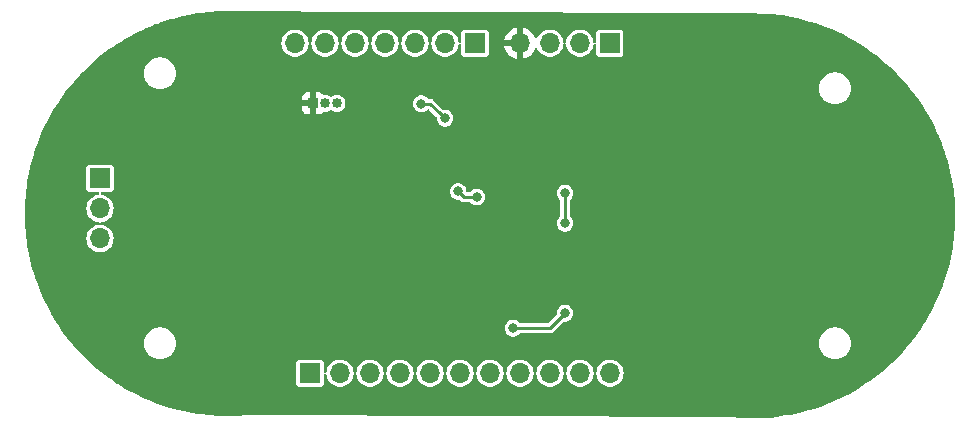
<source format=gbr>
%TF.GenerationSoftware,KiCad,Pcbnew,7.0.8*%
%TF.CreationDate,2025-03-19T21:09:53+05:30*%
%TF.ProjectId,stm32_pcb_design,73746d33-325f-4706-9362-5f6465736967,rev?*%
%TF.SameCoordinates,Original*%
%TF.FileFunction,Copper,L2,Bot*%
%TF.FilePolarity,Positive*%
%FSLAX46Y46*%
G04 Gerber Fmt 4.6, Leading zero omitted, Abs format (unit mm)*
G04 Created by KiCad (PCBNEW 7.0.8) date 2025-03-19 21:09:53*
%MOMM*%
%LPD*%
G01*
G04 APERTURE LIST*
%TA.AperFunction,ComponentPad*%
%ADD10R,1.700000X1.700000*%
%TD*%
%TA.AperFunction,ComponentPad*%
%ADD11O,1.700000X1.700000*%
%TD*%
%TA.AperFunction,ComponentPad*%
%ADD12R,0.850000X0.850000*%
%TD*%
%TA.AperFunction,ComponentPad*%
%ADD13O,0.850000X0.850000*%
%TD*%
%TA.AperFunction,ViaPad*%
%ADD14C,0.800000*%
%TD*%
%TA.AperFunction,Conductor*%
%ADD15C,0.250000*%
%TD*%
G04 APERTURE END LIST*
D10*
%TO.P,PORTC,1,Pin_1*%
%TO.N,Net-(J5-Pin_1)*%
X111760000Y-93995000D03*
D11*
%TO.P,PORTC,2,Pin_2*%
%TO.N,Net-(J5-Pin_2)*%
X111760000Y-96535000D03*
%TO.P,PORTC,3,Pin_3*%
%TO.N,Net-(J5-Pin_3)*%
X111760000Y-99075000D03*
%TD*%
D10*
%TO.P,PORTA,1,Pin_1*%
%TO.N,Net-(J4-Pin_1)*%
X129540000Y-110490000D03*
D11*
%TO.P,PORTA,2,Pin_2*%
%TO.N,Net-(J4-Pin_2)*%
X132080000Y-110490000D03*
%TO.P,PORTA,3,Pin_3*%
%TO.N,Net-(J4-Pin_3)*%
X134620000Y-110490000D03*
%TO.P,PORTA,4,Pin_4*%
%TO.N,Net-(J4-Pin_4)*%
X137160000Y-110490000D03*
%TO.P,PORTA,5,Pin_5*%
%TO.N,Net-(J4-Pin_5)*%
X139700000Y-110490000D03*
%TO.P,PORTA,6,Pin_6*%
%TO.N,Net-(J4-Pin_6)*%
X142240000Y-110490000D03*
%TO.P,PORTA,7,Pin_7*%
%TO.N,Net-(J4-Pin_7)*%
X144780000Y-110490000D03*
%TO.P,PORTA,8,Pin_8*%
%TO.N,Net-(J4-Pin_8)*%
X147320000Y-110490000D03*
%TO.P,PORTA,9,Pin_9*%
%TO.N,Net-(J4-Pin_9)*%
X149860000Y-110490000D03*
%TO.P,PORTA,10,Pin_10*%
%TO.N,Net-(J4-Pin_10)*%
X152400000Y-110490000D03*
%TO.P,PORTA,11,Pin_11*%
%TO.N,Net-(J4-Pin_11)*%
X154940000Y-110490000D03*
%TD*%
D10*
%TO.P,SWD,1,Pin_1*%
%TO.N,+3.3VA*%
X154930000Y-82550000D03*
D11*
%TO.P,SWD,2,Pin_2*%
%TO.N,/SWDIO*%
X152390000Y-82550000D03*
%TO.P,SWD,3,Pin_3*%
%TO.N,/SWCLK*%
X149850000Y-82550000D03*
%TO.P,SWD,4,Pin_4*%
%TO.N,GND*%
X147310000Y-82550000D03*
%TD*%
D10*
%TO.P,PORTB,1,Pin_1*%
%TO.N,Net-(J3-Pin_1)*%
X143510000Y-82550000D03*
D11*
%TO.P,PORTB,2,Pin_2*%
%TO.N,Net-(J3-Pin_2)*%
X140970000Y-82550000D03*
%TO.P,PORTB,3,Pin_3*%
%TO.N,Net-(J3-Pin_3)*%
X138430000Y-82550000D03*
%TO.P,PORTB,4,Pin_4*%
%TO.N,Net-(J3-Pin_4)*%
X135890000Y-82550000D03*
%TO.P,PORTB,5,Pin_5*%
%TO.N,Net-(J3-Pin_5)*%
X133350000Y-82550000D03*
%TO.P,PORTB,6,Pin_6*%
%TO.N,Net-(J3-Pin_6)*%
X130810000Y-82550000D03*
%TO.P,PORTB,7,Pin_7*%
%TO.N,Net-(J3-Pin_7)*%
X128270000Y-82550000D03*
%TD*%
D12*
%TO.P,SW1,1,A*%
%TO.N,GND*%
X129810000Y-87630000D03*
D13*
%TO.P,SW1,2,B*%
%TO.N,/sw_boot0*%
X130810000Y-87630000D03*
%TO.P,SW1,3,C*%
%TO.N,+3.3V*%
X131810000Y-87630000D03*
%TD*%
D14*
%TO.N,+3.3V*%
X142082701Y-95092701D03*
X143660049Y-95564549D03*
X151130000Y-105410000D03*
X146740500Y-106680000D03*
%TO.N,/BOOT0*%
X140970000Y-88900000D03*
X138975500Y-87668306D03*
%TO.N,+3.3V*%
X151130000Y-97790000D03*
X151130000Y-95250000D03*
%TD*%
D15*
%TO.N,+3.3V*%
X142554549Y-95564549D02*
X142082701Y-95092701D01*
X143660049Y-95564549D02*
X142554549Y-95564549D01*
X149860000Y-106680000D02*
X151130000Y-105410000D01*
X146740500Y-106680000D02*
X149860000Y-106680000D01*
%TO.N,/BOOT0*%
X140457348Y-88387348D02*
X140970000Y-88900000D01*
X138975500Y-87668306D02*
X139738306Y-87668306D01*
X139738306Y-87668306D02*
X140457348Y-88387348D01*
%TO.N,+3.3V*%
X151130000Y-95250000D02*
X151130000Y-97790000D01*
%TD*%
%TA.AperFunction,Conductor*%
%TO.N,GND*%
G36*
X135105913Y-79882309D02*
G01*
X166976996Y-80010291D01*
X166977694Y-80010500D01*
X167028067Y-80010500D01*
X167028567Y-80010500D01*
X167845302Y-80030000D01*
X167848231Y-80030139D01*
X168593698Y-80083616D01*
X168616880Y-80085304D01*
X168663259Y-80088682D01*
X168666139Y-80088959D01*
X168764693Y-80100778D01*
X169281032Y-80162700D01*
X169481842Y-80187145D01*
X169484591Y-80187543D01*
X170040091Y-80281240D01*
X170210692Y-80310454D01*
X170294661Y-80324833D01*
X170297411Y-80325368D01*
X170816985Y-80438742D01*
X171101298Y-80501738D01*
X171596804Y-80634924D01*
X171897126Y-80716910D01*
X172372742Y-80869434D01*
X172681668Y-80970083D01*
X173038438Y-81103585D01*
X173139979Y-81141582D01*
X173453118Y-81260669D01*
X173895777Y-81450860D01*
X174070606Y-81527235D01*
X174209717Y-81588006D01*
X174637294Y-81796425D01*
X174930370Y-81941746D01*
X174949681Y-81951321D01*
X175362630Y-82177610D01*
X175671328Y-82349787D01*
X176069684Y-82593492D01*
X176250319Y-82706047D01*
X176372958Y-82782462D01*
X176756454Y-83043016D01*
X177052985Y-83248368D01*
X177421395Y-83525262D01*
X177709810Y-83746405D01*
X177914310Y-83915965D01*
X178062743Y-84039038D01*
X178341962Y-84275462D01*
X178678977Y-84583190D01*
X178947915Y-84834259D01*
X179268638Y-85156492D01*
X179526300Y-85421527D01*
X179830247Y-85757557D01*
X180075787Y-86035916D01*
X180362518Y-86385055D01*
X180595078Y-86675967D01*
X180761751Y-86899909D01*
X180864161Y-87037507D01*
X181083015Y-87340255D01*
X181277894Y-87630003D01*
X181321651Y-87695063D01*
X181333953Y-87713353D01*
X181538450Y-88027209D01*
X181770837Y-88411103D01*
X181960330Y-88735244D01*
X182049610Y-88899999D01*
X182168276Y-89118985D01*
X182173761Y-89129106D01*
X182347687Y-89462728D01*
X182356609Y-89481252D01*
X182541763Y-89865672D01*
X182658861Y-90119584D01*
X182699631Y-90207988D01*
X182874020Y-90619182D01*
X183015329Y-90969255D01*
X183169724Y-91387837D01*
X183294079Y-91744826D01*
X183428176Y-92169835D01*
X183535229Y-92532885D01*
X183648785Y-92963416D01*
X183738217Y-93331591D01*
X183831026Y-93766719D01*
X183902584Y-94139128D01*
X183974476Y-94577910D01*
X184027945Y-94953578D01*
X184078794Y-95395111D01*
X184114020Y-95773097D01*
X184143731Y-96216425D01*
X184160612Y-96595770D01*
X184169129Y-97039920D01*
X184167616Y-97419728D01*
X184154928Y-97863744D01*
X184135022Y-98243008D01*
X184101156Y-98685950D01*
X184062904Y-99063789D01*
X184007938Y-99504608D01*
X183951434Y-99880129D01*
X183875481Y-100317890D01*
X183800875Y-100690128D01*
X183704089Y-101123890D01*
X183611583Y-101491913D01*
X183494149Y-101920769D01*
X183384014Y-102283590D01*
X183246145Y-102706667D01*
X183118676Y-103063419D01*
X182960663Y-103479725D01*
X182816198Y-103829558D01*
X182638347Y-104238193D01*
X182477295Y-104580222D01*
X182279943Y-104980313D01*
X182102747Y-105313700D01*
X181886273Y-105704372D01*
X181693458Y-106028245D01*
X181458251Y-106408685D01*
X181250346Y-106722280D01*
X180996871Y-107091614D01*
X180864145Y-107272171D01*
X180814440Y-107339789D01*
X180774491Y-107394134D01*
X180503168Y-107751621D01*
X180266996Y-108042274D01*
X179978324Y-108387122D01*
X179729012Y-108665256D01*
X179423539Y-108996664D01*
X179161847Y-109261588D01*
X178840070Y-109578863D01*
X178566835Y-109829900D01*
X178229306Y-110132332D01*
X177945339Y-110368918D01*
X177592623Y-110655823D01*
X177298929Y-110877322D01*
X176931489Y-111148124D01*
X176629145Y-111353957D01*
X176247435Y-111608090D01*
X175937531Y-111797779D01*
X175542084Y-112034630D01*
X175225747Y-112207777D01*
X174817021Y-112426785D01*
X174495635Y-112582966D01*
X174073939Y-112783639D01*
X173748967Y-112922531D01*
X173314565Y-113104360D01*
X172987674Y-113225705D01*
X172540634Y-113388216D01*
X172213972Y-113491772D01*
X171753920Y-113634552D01*
X171430082Y-113720192D01*
X170956282Y-113842783D01*
X170638444Y-113910555D01*
X170149553Y-114012434D01*
X169842357Y-114062521D01*
X169335564Y-114143114D01*
X169046137Y-114176008D01*
X168517648Y-114234358D01*
X168514853Y-114234603D01*
X168256766Y-114251328D01*
X167694886Y-114286333D01*
X167692039Y-114286444D01*
X167490387Y-114289724D01*
X166870591Y-114298699D01*
X166867697Y-114298673D01*
X166797741Y-114296421D01*
X166051033Y-114271573D01*
X166048077Y-114271404D01*
X165237626Y-114205608D01*
X165234991Y-114205233D01*
X165230900Y-114204993D01*
X165207441Y-114202521D01*
X165202476Y-114204526D01*
X165189842Y-114205121D01*
X124206404Y-114043780D01*
X124195101Y-114040412D01*
X124164054Y-114043330D01*
X124160859Y-114043479D01*
X124157981Y-114043828D01*
X123348749Y-114101506D01*
X123345801Y-114101646D01*
X122598949Y-114119243D01*
X122531438Y-114120761D01*
X122528554Y-114120759D01*
X121909531Y-114105875D01*
X121709776Y-114100717D01*
X121706939Y-114100579D01*
X121145929Y-114060323D01*
X120890007Y-114041317D01*
X120887224Y-114041047D01*
X120359979Y-113977885D01*
X120072686Y-113942535D01*
X119567394Y-113857448D01*
X119262421Y-113804866D01*
X118775226Y-113698769D01*
X118459704Y-113628530D01*
X117987856Y-113501987D01*
X117666360Y-113413927D01*
X117208528Y-113267465D01*
X116884217Y-113161554D01*
X116439452Y-112995557D01*
X116115093Y-112871998D01*
X115683119Y-112686908D01*
X115360749Y-112545927D01*
X114941534Y-112342177D01*
X114622910Y-112184088D01*
X114216815Y-111962237D01*
X113903218Y-111787284D01*
X113510606Y-111547867D01*
X113248968Y-111384856D01*
X128389500Y-111384856D01*
X128389502Y-111384882D01*
X128392413Y-111409987D01*
X128392415Y-111409991D01*
X128437793Y-111512764D01*
X128437794Y-111512765D01*
X128517235Y-111592206D01*
X128620009Y-111637585D01*
X128645135Y-111640500D01*
X130434864Y-111640499D01*
X130434879Y-111640497D01*
X130434882Y-111640497D01*
X130459987Y-111637586D01*
X130459988Y-111637585D01*
X130459991Y-111637585D01*
X130562765Y-111592206D01*
X130642206Y-111512765D01*
X130687585Y-111409991D01*
X130690500Y-111384865D01*
X130690499Y-110646046D01*
X130710183Y-110579009D01*
X130762987Y-110533254D01*
X130832146Y-110523310D01*
X130895702Y-110552335D01*
X130933476Y-110611113D01*
X130937970Y-110634606D01*
X130944244Y-110702310D01*
X131002596Y-110907392D01*
X131002596Y-110907394D01*
X131097632Y-111098253D01*
X131170775Y-111195109D01*
X131226128Y-111268407D01*
X131383698Y-111412052D01*
X131564981Y-111524298D01*
X131763802Y-111601321D01*
X131973390Y-111640500D01*
X131973392Y-111640500D01*
X132186608Y-111640500D01*
X132186610Y-111640500D01*
X132396198Y-111601321D01*
X132595019Y-111524298D01*
X132776302Y-111412052D01*
X132933872Y-111268407D01*
X133062366Y-111098255D01*
X133130723Y-110960974D01*
X133157403Y-110907394D01*
X133157403Y-110907393D01*
X133157405Y-110907389D01*
X133215756Y-110702310D01*
X133226529Y-110586047D01*
X133252315Y-110521111D01*
X133294622Y-110490804D01*
X133403130Y-110490804D01*
X133439503Y-110511668D01*
X133471693Y-110573681D01*
X133473471Y-110586048D01*
X133484244Y-110702310D01*
X133542596Y-110907392D01*
X133542596Y-110907394D01*
X133637632Y-111098253D01*
X133710775Y-111195109D01*
X133766128Y-111268407D01*
X133923698Y-111412052D01*
X134104981Y-111524298D01*
X134303802Y-111601321D01*
X134513390Y-111640500D01*
X134513392Y-111640500D01*
X134726608Y-111640500D01*
X134726610Y-111640500D01*
X134936198Y-111601321D01*
X135135019Y-111524298D01*
X135316302Y-111412052D01*
X135473872Y-111268407D01*
X135602366Y-111098255D01*
X135670723Y-110960974D01*
X135697403Y-110907394D01*
X135697403Y-110907393D01*
X135697405Y-110907389D01*
X135755756Y-110702310D01*
X135766529Y-110586047D01*
X135792315Y-110521111D01*
X135834622Y-110490804D01*
X135943130Y-110490804D01*
X135979503Y-110511668D01*
X136011693Y-110573681D01*
X136013471Y-110586048D01*
X136024244Y-110702310D01*
X136082596Y-110907392D01*
X136082596Y-110907394D01*
X136177632Y-111098253D01*
X136250775Y-111195109D01*
X136306128Y-111268407D01*
X136463698Y-111412052D01*
X136644981Y-111524298D01*
X136843802Y-111601321D01*
X137053390Y-111640500D01*
X137053392Y-111640500D01*
X137266608Y-111640500D01*
X137266610Y-111640500D01*
X137476198Y-111601321D01*
X137675019Y-111524298D01*
X137856302Y-111412052D01*
X138013872Y-111268407D01*
X138142366Y-111098255D01*
X138210723Y-110960974D01*
X138237403Y-110907394D01*
X138237403Y-110907393D01*
X138237405Y-110907389D01*
X138295756Y-110702310D01*
X138306529Y-110586047D01*
X138332315Y-110521111D01*
X138374622Y-110490804D01*
X138483130Y-110490804D01*
X138519503Y-110511668D01*
X138551693Y-110573681D01*
X138553471Y-110586048D01*
X138564244Y-110702310D01*
X138622596Y-110907392D01*
X138622596Y-110907394D01*
X138717632Y-111098253D01*
X138790775Y-111195109D01*
X138846128Y-111268407D01*
X139003698Y-111412052D01*
X139184981Y-111524298D01*
X139383802Y-111601321D01*
X139593390Y-111640500D01*
X139593392Y-111640500D01*
X139806608Y-111640500D01*
X139806610Y-111640500D01*
X140016198Y-111601321D01*
X140215019Y-111524298D01*
X140396302Y-111412052D01*
X140553872Y-111268407D01*
X140682366Y-111098255D01*
X140750723Y-110960974D01*
X140777403Y-110907394D01*
X140777403Y-110907393D01*
X140777405Y-110907389D01*
X140835756Y-110702310D01*
X140846529Y-110586047D01*
X140872315Y-110521111D01*
X140914622Y-110490804D01*
X141023130Y-110490804D01*
X141059503Y-110511668D01*
X141091693Y-110573681D01*
X141093471Y-110586048D01*
X141104244Y-110702310D01*
X141162596Y-110907392D01*
X141162596Y-110907394D01*
X141257632Y-111098253D01*
X141330775Y-111195109D01*
X141386128Y-111268407D01*
X141543698Y-111412052D01*
X141724981Y-111524298D01*
X141923802Y-111601321D01*
X142133390Y-111640500D01*
X142133392Y-111640500D01*
X142346608Y-111640500D01*
X142346610Y-111640500D01*
X142556198Y-111601321D01*
X142755019Y-111524298D01*
X142936302Y-111412052D01*
X143093872Y-111268407D01*
X143222366Y-111098255D01*
X143290723Y-110960974D01*
X143317403Y-110907394D01*
X143317403Y-110907393D01*
X143317405Y-110907389D01*
X143375756Y-110702310D01*
X143386529Y-110586047D01*
X143412315Y-110521111D01*
X143454622Y-110490804D01*
X143563130Y-110490804D01*
X143599503Y-110511668D01*
X143631693Y-110573681D01*
X143633471Y-110586048D01*
X143644244Y-110702310D01*
X143702596Y-110907392D01*
X143702596Y-110907394D01*
X143797632Y-111098253D01*
X143870775Y-111195109D01*
X143926128Y-111268407D01*
X144083698Y-111412052D01*
X144264981Y-111524298D01*
X144463802Y-111601321D01*
X144673390Y-111640500D01*
X144673392Y-111640500D01*
X144886608Y-111640500D01*
X144886610Y-111640500D01*
X145096198Y-111601321D01*
X145295019Y-111524298D01*
X145476302Y-111412052D01*
X145633872Y-111268407D01*
X145762366Y-111098255D01*
X145830723Y-110960974D01*
X145857403Y-110907394D01*
X145857403Y-110907393D01*
X145857405Y-110907389D01*
X145915756Y-110702310D01*
X145926529Y-110586047D01*
X145952315Y-110521111D01*
X145994622Y-110490804D01*
X146103130Y-110490804D01*
X146139503Y-110511668D01*
X146171693Y-110573681D01*
X146173471Y-110586048D01*
X146184244Y-110702310D01*
X146242596Y-110907392D01*
X146242596Y-110907394D01*
X146337632Y-111098253D01*
X146410775Y-111195109D01*
X146466128Y-111268407D01*
X146623698Y-111412052D01*
X146804981Y-111524298D01*
X147003802Y-111601321D01*
X147213390Y-111640500D01*
X147213392Y-111640500D01*
X147426608Y-111640500D01*
X147426610Y-111640500D01*
X147636198Y-111601321D01*
X147835019Y-111524298D01*
X148016302Y-111412052D01*
X148173872Y-111268407D01*
X148302366Y-111098255D01*
X148370723Y-110960974D01*
X148397403Y-110907394D01*
X148397403Y-110907393D01*
X148397405Y-110907389D01*
X148455756Y-110702310D01*
X148466529Y-110586047D01*
X148492315Y-110521111D01*
X148534622Y-110490804D01*
X148643130Y-110490804D01*
X148679503Y-110511668D01*
X148711693Y-110573681D01*
X148713471Y-110586048D01*
X148724244Y-110702310D01*
X148782596Y-110907392D01*
X148782596Y-110907394D01*
X148877632Y-111098253D01*
X148950775Y-111195109D01*
X149006128Y-111268407D01*
X149163698Y-111412052D01*
X149344981Y-111524298D01*
X149543802Y-111601321D01*
X149753390Y-111640500D01*
X149753392Y-111640500D01*
X149966608Y-111640500D01*
X149966610Y-111640500D01*
X150176198Y-111601321D01*
X150375019Y-111524298D01*
X150556302Y-111412052D01*
X150713872Y-111268407D01*
X150842366Y-111098255D01*
X150910723Y-110960974D01*
X150937403Y-110907394D01*
X150937403Y-110907393D01*
X150937405Y-110907389D01*
X150995756Y-110702310D01*
X151006529Y-110586047D01*
X151032315Y-110521111D01*
X151074622Y-110490804D01*
X151183130Y-110490804D01*
X151219503Y-110511668D01*
X151251693Y-110573681D01*
X151253471Y-110586048D01*
X151264244Y-110702310D01*
X151322596Y-110907392D01*
X151322596Y-110907394D01*
X151417632Y-111098253D01*
X151490775Y-111195109D01*
X151546128Y-111268407D01*
X151703698Y-111412052D01*
X151884981Y-111524298D01*
X152083802Y-111601321D01*
X152293390Y-111640500D01*
X152293392Y-111640500D01*
X152506608Y-111640500D01*
X152506610Y-111640500D01*
X152716198Y-111601321D01*
X152915019Y-111524298D01*
X153096302Y-111412052D01*
X153253872Y-111268407D01*
X153382366Y-111098255D01*
X153450723Y-110960974D01*
X153477403Y-110907394D01*
X153477403Y-110907393D01*
X153477405Y-110907389D01*
X153535756Y-110702310D01*
X153546529Y-110586047D01*
X153572315Y-110521111D01*
X153614622Y-110490804D01*
X153723130Y-110490804D01*
X153759503Y-110511668D01*
X153791693Y-110573681D01*
X153793471Y-110586048D01*
X153804244Y-110702310D01*
X153862596Y-110907392D01*
X153862596Y-110907394D01*
X153957632Y-111098253D01*
X154030775Y-111195109D01*
X154086128Y-111268407D01*
X154243698Y-111412052D01*
X154424981Y-111524298D01*
X154623802Y-111601321D01*
X154833390Y-111640500D01*
X154833392Y-111640500D01*
X155046608Y-111640500D01*
X155046610Y-111640500D01*
X155256198Y-111601321D01*
X155455019Y-111524298D01*
X155636302Y-111412052D01*
X155793872Y-111268407D01*
X155922366Y-111098255D01*
X155990723Y-110960974D01*
X156017403Y-110907394D01*
X156017403Y-110907393D01*
X156017405Y-110907389D01*
X156075756Y-110702310D01*
X156095429Y-110490000D01*
X156075756Y-110277690D01*
X156017405Y-110072611D01*
X156017403Y-110072606D01*
X156017403Y-110072605D01*
X155922367Y-109881746D01*
X155793872Y-109711593D01*
X155666133Y-109595143D01*
X155636302Y-109567948D01*
X155455019Y-109455702D01*
X155455017Y-109455701D01*
X155355608Y-109417190D01*
X155256198Y-109378679D01*
X155046610Y-109339500D01*
X154833390Y-109339500D01*
X154623802Y-109378679D01*
X154623799Y-109378679D01*
X154623799Y-109378680D01*
X154424982Y-109455701D01*
X154424980Y-109455702D01*
X154243699Y-109567947D01*
X154086127Y-109711593D01*
X153957632Y-109881746D01*
X153862596Y-110072605D01*
X153862596Y-110072607D01*
X153804244Y-110277689D01*
X153793471Y-110393951D01*
X153767685Y-110458888D01*
X153723130Y-110490804D01*
X153614622Y-110490804D01*
X153616869Y-110489194D01*
X153580497Y-110468331D01*
X153548307Y-110406318D01*
X153546529Y-110393951D01*
X153543175Y-110357759D01*
X153535756Y-110277690D01*
X153477405Y-110072611D01*
X153477403Y-110072606D01*
X153477403Y-110072605D01*
X153382367Y-109881746D01*
X153253872Y-109711593D01*
X153126133Y-109595143D01*
X153096302Y-109567948D01*
X152915019Y-109455702D01*
X152915017Y-109455701D01*
X152815608Y-109417190D01*
X152716198Y-109378679D01*
X152506610Y-109339500D01*
X152293390Y-109339500D01*
X152083802Y-109378679D01*
X152083799Y-109378679D01*
X152083799Y-109378680D01*
X151884982Y-109455701D01*
X151884980Y-109455702D01*
X151703699Y-109567947D01*
X151546127Y-109711593D01*
X151417632Y-109881746D01*
X151322596Y-110072605D01*
X151322596Y-110072607D01*
X151264244Y-110277689D01*
X151253471Y-110393951D01*
X151227685Y-110458888D01*
X151183130Y-110490804D01*
X151074622Y-110490804D01*
X151076869Y-110489194D01*
X151040497Y-110468331D01*
X151008307Y-110406318D01*
X151006529Y-110393951D01*
X151003175Y-110357759D01*
X150995756Y-110277690D01*
X150937405Y-110072611D01*
X150937403Y-110072606D01*
X150937403Y-110072605D01*
X150842367Y-109881746D01*
X150713872Y-109711593D01*
X150586133Y-109595143D01*
X150556302Y-109567948D01*
X150375019Y-109455702D01*
X150375017Y-109455701D01*
X150275608Y-109417190D01*
X150176198Y-109378679D01*
X149966610Y-109339500D01*
X149753390Y-109339500D01*
X149543802Y-109378679D01*
X149543799Y-109378679D01*
X149543799Y-109378680D01*
X149344982Y-109455701D01*
X149344980Y-109455702D01*
X149163699Y-109567947D01*
X149006127Y-109711593D01*
X148877632Y-109881746D01*
X148782596Y-110072605D01*
X148782596Y-110072607D01*
X148724244Y-110277689D01*
X148713471Y-110393951D01*
X148687685Y-110458888D01*
X148643130Y-110490804D01*
X148534622Y-110490804D01*
X148536869Y-110489194D01*
X148500497Y-110468331D01*
X148468307Y-110406318D01*
X148466529Y-110393951D01*
X148463175Y-110357759D01*
X148455756Y-110277690D01*
X148397405Y-110072611D01*
X148397403Y-110072606D01*
X148397403Y-110072605D01*
X148302367Y-109881746D01*
X148173872Y-109711593D01*
X148046133Y-109595143D01*
X148016302Y-109567948D01*
X147835019Y-109455702D01*
X147835017Y-109455701D01*
X147735608Y-109417190D01*
X147636198Y-109378679D01*
X147426610Y-109339500D01*
X147213390Y-109339500D01*
X147003802Y-109378679D01*
X147003799Y-109378679D01*
X147003799Y-109378680D01*
X146804982Y-109455701D01*
X146804980Y-109455702D01*
X146623699Y-109567947D01*
X146466127Y-109711593D01*
X146337632Y-109881746D01*
X146242596Y-110072605D01*
X146242596Y-110072607D01*
X146184244Y-110277689D01*
X146173471Y-110393951D01*
X146147685Y-110458888D01*
X146103130Y-110490804D01*
X145994622Y-110490804D01*
X145996869Y-110489194D01*
X145960497Y-110468331D01*
X145928307Y-110406318D01*
X145926529Y-110393951D01*
X145923175Y-110357759D01*
X145915756Y-110277690D01*
X145857405Y-110072611D01*
X145857403Y-110072606D01*
X145857403Y-110072605D01*
X145762367Y-109881746D01*
X145633872Y-109711593D01*
X145506133Y-109595143D01*
X145476302Y-109567948D01*
X145295019Y-109455702D01*
X145295017Y-109455701D01*
X145195608Y-109417190D01*
X145096198Y-109378679D01*
X144886610Y-109339500D01*
X144673390Y-109339500D01*
X144463802Y-109378679D01*
X144463799Y-109378679D01*
X144463799Y-109378680D01*
X144264982Y-109455701D01*
X144264980Y-109455702D01*
X144083699Y-109567947D01*
X143926127Y-109711593D01*
X143797632Y-109881746D01*
X143702596Y-110072605D01*
X143702596Y-110072607D01*
X143644244Y-110277689D01*
X143633471Y-110393951D01*
X143607685Y-110458888D01*
X143563130Y-110490804D01*
X143454622Y-110490804D01*
X143456869Y-110489194D01*
X143420497Y-110468331D01*
X143388307Y-110406318D01*
X143386529Y-110393951D01*
X143383175Y-110357759D01*
X143375756Y-110277690D01*
X143317405Y-110072611D01*
X143317403Y-110072606D01*
X143317403Y-110072605D01*
X143222367Y-109881746D01*
X143093872Y-109711593D01*
X142966133Y-109595143D01*
X142936302Y-109567948D01*
X142755019Y-109455702D01*
X142755017Y-109455701D01*
X142655608Y-109417190D01*
X142556198Y-109378679D01*
X142346610Y-109339500D01*
X142133390Y-109339500D01*
X141923802Y-109378679D01*
X141923799Y-109378679D01*
X141923799Y-109378680D01*
X141724982Y-109455701D01*
X141724980Y-109455702D01*
X141543699Y-109567947D01*
X141386127Y-109711593D01*
X141257632Y-109881746D01*
X141162596Y-110072605D01*
X141162596Y-110072607D01*
X141104244Y-110277689D01*
X141093471Y-110393951D01*
X141067685Y-110458888D01*
X141023130Y-110490804D01*
X140914622Y-110490804D01*
X140916869Y-110489194D01*
X140880497Y-110468331D01*
X140848307Y-110406318D01*
X140846529Y-110393951D01*
X140843175Y-110357759D01*
X140835756Y-110277690D01*
X140777405Y-110072611D01*
X140777403Y-110072606D01*
X140777403Y-110072605D01*
X140682367Y-109881746D01*
X140553872Y-109711593D01*
X140426133Y-109595143D01*
X140396302Y-109567948D01*
X140215019Y-109455702D01*
X140215017Y-109455701D01*
X140115608Y-109417190D01*
X140016198Y-109378679D01*
X139806610Y-109339500D01*
X139593390Y-109339500D01*
X139383802Y-109378679D01*
X139383799Y-109378679D01*
X139383799Y-109378680D01*
X139184982Y-109455701D01*
X139184980Y-109455702D01*
X139003699Y-109567947D01*
X138846127Y-109711593D01*
X138717632Y-109881746D01*
X138622596Y-110072605D01*
X138622596Y-110072607D01*
X138564244Y-110277689D01*
X138553471Y-110393951D01*
X138527685Y-110458888D01*
X138483130Y-110490804D01*
X138374622Y-110490804D01*
X138376869Y-110489194D01*
X138340497Y-110468331D01*
X138308307Y-110406318D01*
X138306529Y-110393951D01*
X138303175Y-110357759D01*
X138295756Y-110277690D01*
X138237405Y-110072611D01*
X138237403Y-110072606D01*
X138237403Y-110072605D01*
X138142367Y-109881746D01*
X138013872Y-109711593D01*
X137886133Y-109595143D01*
X137856302Y-109567948D01*
X137675019Y-109455702D01*
X137675017Y-109455701D01*
X137575608Y-109417190D01*
X137476198Y-109378679D01*
X137266610Y-109339500D01*
X137053390Y-109339500D01*
X136843802Y-109378679D01*
X136843799Y-109378679D01*
X136843799Y-109378680D01*
X136644982Y-109455701D01*
X136644980Y-109455702D01*
X136463699Y-109567947D01*
X136306127Y-109711593D01*
X136177632Y-109881746D01*
X136082596Y-110072605D01*
X136082596Y-110072607D01*
X136024244Y-110277689D01*
X136013471Y-110393951D01*
X135987685Y-110458888D01*
X135943130Y-110490804D01*
X135834622Y-110490804D01*
X135836869Y-110489194D01*
X135800497Y-110468331D01*
X135768307Y-110406318D01*
X135766529Y-110393951D01*
X135763175Y-110357759D01*
X135755756Y-110277690D01*
X135697405Y-110072611D01*
X135697403Y-110072606D01*
X135697403Y-110072605D01*
X135602367Y-109881746D01*
X135473872Y-109711593D01*
X135346133Y-109595143D01*
X135316302Y-109567948D01*
X135135019Y-109455702D01*
X135135017Y-109455701D01*
X135035608Y-109417190D01*
X134936198Y-109378679D01*
X134726610Y-109339500D01*
X134513390Y-109339500D01*
X134303802Y-109378679D01*
X134303799Y-109378679D01*
X134303799Y-109378680D01*
X134104982Y-109455701D01*
X134104980Y-109455702D01*
X133923699Y-109567947D01*
X133766127Y-109711593D01*
X133637632Y-109881746D01*
X133542596Y-110072605D01*
X133542596Y-110072607D01*
X133484244Y-110277689D01*
X133473471Y-110393951D01*
X133447685Y-110458888D01*
X133403130Y-110490804D01*
X133294622Y-110490804D01*
X133296869Y-110489194D01*
X133260497Y-110468331D01*
X133228307Y-110406318D01*
X133226529Y-110393951D01*
X133223175Y-110357759D01*
X133215756Y-110277690D01*
X133157405Y-110072611D01*
X133157403Y-110072606D01*
X133157403Y-110072605D01*
X133062367Y-109881746D01*
X132933872Y-109711593D01*
X132806133Y-109595143D01*
X132776302Y-109567948D01*
X132595019Y-109455702D01*
X132595017Y-109455701D01*
X132495608Y-109417190D01*
X132396198Y-109378679D01*
X132186610Y-109339500D01*
X131973390Y-109339500D01*
X131763802Y-109378679D01*
X131763799Y-109378679D01*
X131763799Y-109378680D01*
X131564982Y-109455701D01*
X131564980Y-109455702D01*
X131383699Y-109567947D01*
X131226127Y-109711593D01*
X131097632Y-109881746D01*
X131002596Y-110072605D01*
X131002596Y-110072607D01*
X130944244Y-110277689D01*
X130937970Y-110345394D01*
X130912183Y-110410331D01*
X130855383Y-110451018D01*
X130785602Y-110454538D01*
X130724995Y-110419772D01*
X130692806Y-110357759D01*
X130690499Y-110333952D01*
X130690499Y-109595143D01*
X130690499Y-109595136D01*
X130688612Y-109578863D01*
X130687586Y-109570012D01*
X130687585Y-109570010D01*
X130687585Y-109570009D01*
X130642206Y-109467235D01*
X130562765Y-109387794D01*
X130542124Y-109378680D01*
X130459992Y-109342415D01*
X130434865Y-109339500D01*
X128645143Y-109339500D01*
X128645117Y-109339502D01*
X128620012Y-109342413D01*
X128620008Y-109342415D01*
X128517235Y-109387793D01*
X128437794Y-109467234D01*
X128392415Y-109570006D01*
X128392415Y-109570008D01*
X128389500Y-109595131D01*
X128389500Y-111384856D01*
X113248968Y-111384856D01*
X113203412Y-111356473D01*
X112824596Y-111099975D01*
X112525070Y-110892634D01*
X112160521Y-110619627D01*
X111869722Y-110396811D01*
X111519978Y-110107927D01*
X111238915Y-109870176D01*
X110908841Y-109570008D01*
X110904410Y-109565979D01*
X110634081Y-109313931D01*
X110315376Y-108995111D01*
X110056601Y-108729348D01*
X109857682Y-108510452D01*
X109754220Y-108396599D01*
X109507797Y-108117764D01*
X109369328Y-107950000D01*
X115484341Y-107950000D01*
X115504936Y-108185403D01*
X115504938Y-108185413D01*
X115566094Y-108413655D01*
X115566096Y-108413659D01*
X115566097Y-108413663D01*
X115592604Y-108470506D01*
X115665964Y-108627828D01*
X115665965Y-108627830D01*
X115801505Y-108821402D01*
X115968597Y-108988494D01*
X116162169Y-109124034D01*
X116162171Y-109124035D01*
X116376337Y-109223903D01*
X116604592Y-109285063D01*
X116781034Y-109300500D01*
X116898966Y-109300500D01*
X117075408Y-109285063D01*
X117303663Y-109223903D01*
X117517829Y-109124035D01*
X117711401Y-108988495D01*
X117878495Y-108821401D01*
X118014035Y-108627830D01*
X118113903Y-108413663D01*
X118175063Y-108185408D01*
X118195659Y-107950000D01*
X172634341Y-107950000D01*
X172654936Y-108185403D01*
X172654938Y-108185413D01*
X172716094Y-108413655D01*
X172716096Y-108413659D01*
X172716097Y-108413663D01*
X172742604Y-108470506D01*
X172815964Y-108627828D01*
X172815965Y-108627830D01*
X172951505Y-108821402D01*
X173118597Y-108988494D01*
X173312169Y-109124034D01*
X173312171Y-109124035D01*
X173526337Y-109223903D01*
X173754592Y-109285063D01*
X173931034Y-109300500D01*
X174048966Y-109300500D01*
X174225408Y-109285063D01*
X174453663Y-109223903D01*
X174667829Y-109124035D01*
X174861401Y-108988495D01*
X175028495Y-108821401D01*
X175164035Y-108627830D01*
X175263903Y-108413663D01*
X175325063Y-108185408D01*
X175345659Y-107950000D01*
X175325063Y-107714592D01*
X175263903Y-107486337D01*
X175164035Y-107272171D01*
X175164034Y-107272169D01*
X175028494Y-107078597D01*
X174861402Y-106911505D01*
X174667830Y-106775965D01*
X174667828Y-106775964D01*
X174552702Y-106722280D01*
X174453663Y-106676097D01*
X174453659Y-106676096D01*
X174453655Y-106676094D01*
X174225413Y-106614938D01*
X174225403Y-106614936D01*
X174048966Y-106599500D01*
X173931034Y-106599500D01*
X173754596Y-106614936D01*
X173754586Y-106614938D01*
X173526344Y-106676094D01*
X173526335Y-106676098D01*
X173312171Y-106775964D01*
X173312169Y-106775965D01*
X173118597Y-106911505D01*
X172951506Y-107078597D01*
X172951501Y-107078604D01*
X172815967Y-107272165D01*
X172815965Y-107272169D01*
X172784433Y-107339790D01*
X172718783Y-107480578D01*
X172716098Y-107486335D01*
X172716094Y-107486344D01*
X172654938Y-107714586D01*
X172654936Y-107714596D01*
X172634341Y-107949999D01*
X172634341Y-107950000D01*
X118195659Y-107950000D01*
X118175063Y-107714592D01*
X118113903Y-107486337D01*
X118014035Y-107272171D01*
X118014034Y-107272169D01*
X117878494Y-107078597D01*
X117711402Y-106911505D01*
X117517830Y-106775965D01*
X117517828Y-106775964D01*
X117402702Y-106722280D01*
X117312033Y-106680000D01*
X146034855Y-106680000D01*
X146055359Y-106848869D01*
X146055360Y-106848874D01*
X146115682Y-107007931D01*
X146164465Y-107078604D01*
X146212317Y-107147929D01*
X146260930Y-107190996D01*
X146339650Y-107260736D01*
X146490273Y-107339789D01*
X146490275Y-107339790D01*
X146655444Y-107380500D01*
X146825556Y-107380500D01*
X146990725Y-107339790D01*
X147119565Y-107272169D01*
X147141349Y-107260736D01*
X147141350Y-107260734D01*
X147141352Y-107260734D01*
X147268683Y-107147929D01*
X147268685Y-107147925D01*
X147269267Y-107147270D01*
X147269812Y-107146927D01*
X147274297Y-107142955D01*
X147274957Y-107143700D01*
X147328458Y-107110145D01*
X147362080Y-107105500D01*
X149927392Y-107105500D01*
X149927393Y-107105500D01*
X149950360Y-107098036D01*
X149969276Y-107093495D01*
X149993126Y-107089719D01*
X150014636Y-107078757D01*
X150032614Y-107071310D01*
X150055581Y-107063849D01*
X150075118Y-107049653D01*
X150091706Y-107039488D01*
X150113220Y-107028528D01*
X150208528Y-106933220D01*
X150994928Y-106146818D01*
X151056251Y-106113334D01*
X151082609Y-106110500D01*
X151215056Y-106110500D01*
X151380225Y-106069790D01*
X151474691Y-106020210D01*
X151530849Y-105990736D01*
X151530850Y-105990734D01*
X151530852Y-105990734D01*
X151658183Y-105877929D01*
X151754818Y-105737930D01*
X151815140Y-105578872D01*
X151835645Y-105410000D01*
X151815140Y-105241128D01*
X151754818Y-105082070D01*
X151658183Y-104942071D01*
X151563316Y-104858026D01*
X151530849Y-104829263D01*
X151380226Y-104750210D01*
X151215056Y-104709500D01*
X151044944Y-104709500D01*
X150879773Y-104750210D01*
X150729150Y-104829263D01*
X150601816Y-104942072D01*
X150505182Y-105082068D01*
X150444860Y-105241125D01*
X150444859Y-105241130D01*
X150424355Y-105410000D01*
X150424355Y-105410003D01*
X150428326Y-105442715D01*
X150416864Y-105511638D01*
X150392911Y-105545339D01*
X149720071Y-106218181D01*
X149658748Y-106251666D01*
X149632390Y-106254500D01*
X147362080Y-106254500D01*
X147295041Y-106234815D01*
X147274299Y-106217042D01*
X147274297Y-106217045D01*
X147274127Y-106216894D01*
X147269267Y-106212730D01*
X147268685Y-106212073D01*
X147141349Y-106099263D01*
X146990726Y-106020210D01*
X146825556Y-105979500D01*
X146655444Y-105979500D01*
X146490273Y-106020210D01*
X146339650Y-106099263D01*
X146212316Y-106212072D01*
X146115682Y-106352068D01*
X146055360Y-106511125D01*
X146055359Y-106511130D01*
X146034855Y-106680000D01*
X117312033Y-106680000D01*
X117303663Y-106676097D01*
X117303659Y-106676096D01*
X117303655Y-106676094D01*
X117075413Y-106614938D01*
X117075403Y-106614936D01*
X116898966Y-106599500D01*
X116781034Y-106599500D01*
X116604596Y-106614936D01*
X116604586Y-106614938D01*
X116376344Y-106676094D01*
X116376335Y-106676098D01*
X116162171Y-106775964D01*
X116162169Y-106775965D01*
X115968597Y-106911505D01*
X115801506Y-107078597D01*
X115801501Y-107078604D01*
X115665967Y-107272165D01*
X115665965Y-107272169D01*
X115634433Y-107339790D01*
X115568783Y-107480578D01*
X115566098Y-107486335D01*
X115566094Y-107486344D01*
X115504938Y-107714586D01*
X115504936Y-107714596D01*
X115484341Y-107949999D01*
X115484341Y-107950000D01*
X109369328Y-107950000D01*
X109222252Y-107771807D01*
X108988934Y-107480589D01*
X108720736Y-107122193D01*
X108660793Y-107039486D01*
X108501226Y-106819322D01*
X108250830Y-106449230D01*
X108099834Y-106218181D01*
X108045764Y-106135445D01*
X107813636Y-105754477D01*
X107803930Y-105737931D01*
X107623589Y-105430520D01*
X107581005Y-105352503D01*
X107410139Y-105039468D01*
X107235714Y-104706249D01*
X107041316Y-104305906D01*
X106882981Y-103964213D01*
X106825342Y-103829558D01*
X106708028Y-103555491D01*
X106566212Y-103206146D01*
X106411038Y-102789918D01*
X106286128Y-102433763D01*
X106238147Y-102283590D01*
X106151042Y-102010966D01*
X106043383Y-101648886D01*
X105946473Y-101287011D01*
X105928645Y-101220439D01*
X105838523Y-100853286D01*
X105744345Y-100420069D01*
X105672031Y-100048862D01*
X105598590Y-99611769D01*
X105544265Y-99237365D01*
X105524873Y-99075000D01*
X110604571Y-99075000D01*
X110624244Y-99287310D01*
X110682596Y-99492392D01*
X110682596Y-99492394D01*
X110777632Y-99683253D01*
X110906127Y-99853406D01*
X110906128Y-99853407D01*
X111063698Y-99997052D01*
X111244981Y-100109298D01*
X111443802Y-100186321D01*
X111653390Y-100225500D01*
X111653392Y-100225500D01*
X111866608Y-100225500D01*
X111866610Y-100225500D01*
X112076198Y-100186321D01*
X112275019Y-100109298D01*
X112456302Y-99997052D01*
X112613872Y-99853407D01*
X112742366Y-99683255D01*
X112837405Y-99492389D01*
X112895756Y-99287310D01*
X112915429Y-99075000D01*
X112895756Y-98862690D01*
X112837405Y-98657611D01*
X112837403Y-98657606D01*
X112837403Y-98657605D01*
X112742367Y-98466746D01*
X112613872Y-98296593D01*
X112571460Y-98257929D01*
X112456302Y-98152948D01*
X112275019Y-98040702D01*
X112275017Y-98040701D01*
X112175608Y-98002190D01*
X112076198Y-97963679D01*
X111879385Y-97926888D01*
X111817106Y-97895221D01*
X111781833Y-97834908D01*
X111783720Y-97790000D01*
X150424355Y-97790000D01*
X150444859Y-97958869D01*
X150444860Y-97958874D01*
X150505182Y-98117931D01*
X150529353Y-98152948D01*
X150601817Y-98257929D01*
X150707505Y-98351560D01*
X150729150Y-98370736D01*
X150879773Y-98449789D01*
X150879775Y-98449790D01*
X151044944Y-98490500D01*
X151215056Y-98490500D01*
X151380225Y-98449790D01*
X151459692Y-98408081D01*
X151530849Y-98370736D01*
X151530850Y-98370734D01*
X151530852Y-98370734D01*
X151658183Y-98257929D01*
X151754818Y-98117930D01*
X151815140Y-97958872D01*
X151835645Y-97790000D01*
X151815140Y-97621128D01*
X151754818Y-97462070D01*
X151751354Y-97457052D01*
X151699807Y-97382374D01*
X151658183Y-97322071D01*
X151658181Y-97322069D01*
X151597273Y-97268109D01*
X151560146Y-97208920D01*
X151555500Y-97175294D01*
X151555500Y-95864705D01*
X151575185Y-95797666D01*
X151597274Y-95771889D01*
X151658182Y-95717930D01*
X151730647Y-95612948D01*
X151754818Y-95577930D01*
X151815140Y-95418872D01*
X151835645Y-95250000D01*
X151815140Y-95081128D01*
X151754818Y-94922070D01*
X151732590Y-94889868D01*
X151714769Y-94864049D01*
X151658183Y-94782071D01*
X151530852Y-94669266D01*
X151530849Y-94669263D01*
X151380226Y-94590210D01*
X151215056Y-94549500D01*
X151044944Y-94549500D01*
X150879773Y-94590210D01*
X150729150Y-94669263D01*
X150601816Y-94782072D01*
X150505182Y-94922068D01*
X150444860Y-95081125D01*
X150444859Y-95081130D01*
X150424355Y-95250000D01*
X150444859Y-95418869D01*
X150444860Y-95418874D01*
X150505182Y-95577931D01*
X150601817Y-95717930D01*
X150662726Y-95771889D01*
X150699853Y-95831078D01*
X150704500Y-95864705D01*
X150704500Y-97175294D01*
X150684815Y-97242333D01*
X150662727Y-97268109D01*
X150601818Y-97322069D01*
X150505182Y-97462068D01*
X150444860Y-97621125D01*
X150444859Y-97621130D01*
X150424355Y-97790000D01*
X111783720Y-97790000D01*
X111784767Y-97765100D01*
X111824976Y-97707960D01*
X111879384Y-97683111D01*
X112076198Y-97646321D01*
X112275019Y-97569298D01*
X112456302Y-97457052D01*
X112613872Y-97313407D01*
X112742366Y-97143255D01*
X112837405Y-96952389D01*
X112895756Y-96747310D01*
X112915429Y-96535000D01*
X112895756Y-96322690D01*
X112837405Y-96117611D01*
X112837403Y-96117606D01*
X112837403Y-96117605D01*
X112742367Y-95926746D01*
X112613872Y-95756593D01*
X112571460Y-95717929D01*
X112456302Y-95612948D01*
X112275019Y-95500702D01*
X112275017Y-95500701D01*
X112175608Y-95462190D01*
X112076198Y-95423679D01*
X111903456Y-95391387D01*
X111841176Y-95359719D01*
X111805903Y-95299407D01*
X111808837Y-95229599D01*
X111849046Y-95172459D01*
X111913764Y-95146128D01*
X111926233Y-95145499D01*
X112654864Y-95145499D01*
X112654879Y-95145497D01*
X112654882Y-95145497D01*
X112679987Y-95142586D01*
X112679988Y-95142585D01*
X112679991Y-95142585D01*
X112782765Y-95097206D01*
X112787270Y-95092701D01*
X141377056Y-95092701D01*
X141397560Y-95261570D01*
X141397561Y-95261575D01*
X141457883Y-95420632D01*
X141513152Y-95500701D01*
X141554518Y-95560630D01*
X141660206Y-95654261D01*
X141681851Y-95673437D01*
X141796145Y-95733423D01*
X141832476Y-95752491D01*
X141997645Y-95793201D01*
X142130091Y-95793201D01*
X142197130Y-95812886D01*
X142217772Y-95829520D01*
X142301329Y-95913077D01*
X142322848Y-95924041D01*
X142339427Y-95934200D01*
X142358968Y-95948398D01*
X142381930Y-95955858D01*
X142399903Y-95963302D01*
X142421423Y-95974268D01*
X142445273Y-95978044D01*
X142464194Y-95982588D01*
X142486038Y-95989685D01*
X142487156Y-95990049D01*
X142521061Y-95990049D01*
X143038469Y-95990049D01*
X143105508Y-96009734D01*
X143126249Y-96027506D01*
X143126252Y-96027504D01*
X143126421Y-96027654D01*
X143131282Y-96031819D01*
X143131863Y-96032475D01*
X143259199Y-96145285D01*
X143394745Y-96216425D01*
X143409824Y-96224339D01*
X143574993Y-96265049D01*
X143745105Y-96265049D01*
X143910274Y-96224339D01*
X143989741Y-96182630D01*
X144060898Y-96145285D01*
X144060899Y-96145283D01*
X144060901Y-96145283D01*
X144188232Y-96032478D01*
X144284867Y-95892479D01*
X144345189Y-95733421D01*
X144365694Y-95564549D01*
X144345189Y-95395677D01*
X144343562Y-95391388D01*
X144294331Y-95261573D01*
X144284867Y-95236619D01*
X144280021Y-95229599D01*
X144222405Y-95146128D01*
X144188232Y-95096620D01*
X144060901Y-94983815D01*
X144060898Y-94983812D01*
X143910275Y-94904759D01*
X143745105Y-94864049D01*
X143574993Y-94864049D01*
X143409822Y-94904759D01*
X143259199Y-94983812D01*
X143131863Y-95096622D01*
X143131282Y-95097279D01*
X143130736Y-95097621D01*
X143126252Y-95101594D01*
X143125591Y-95100848D01*
X143072091Y-95134404D01*
X143038469Y-95139049D01*
X142903828Y-95139049D01*
X142836789Y-95119364D01*
X142791034Y-95066560D01*
X142780732Y-95029996D01*
X142767841Y-94923831D01*
X142767840Y-94923826D01*
X142707518Y-94764769D01*
X142641594Y-94669263D01*
X142610884Y-94624772D01*
X142483553Y-94511967D01*
X142483550Y-94511964D01*
X142332927Y-94432911D01*
X142167757Y-94392201D01*
X141997645Y-94392201D01*
X141832474Y-94432911D01*
X141681851Y-94511964D01*
X141554517Y-94624773D01*
X141457883Y-94764769D01*
X141397561Y-94923826D01*
X141397560Y-94923831D01*
X141377056Y-95092701D01*
X112787270Y-95092701D01*
X112862206Y-95017765D01*
X112907585Y-94914991D01*
X112910500Y-94889865D01*
X112910499Y-93100136D01*
X112908645Y-93084149D01*
X112907586Y-93075012D01*
X112907585Y-93075010D01*
X112907585Y-93075009D01*
X112862206Y-92972235D01*
X112782765Y-92892794D01*
X112782763Y-92892793D01*
X112679992Y-92847415D01*
X112654865Y-92844500D01*
X110865143Y-92844500D01*
X110865117Y-92844502D01*
X110840012Y-92847413D01*
X110840008Y-92847415D01*
X110737235Y-92892793D01*
X110657794Y-92972234D01*
X110612415Y-93075006D01*
X110612415Y-93075008D01*
X110609500Y-93100131D01*
X110609500Y-94889856D01*
X110609502Y-94889882D01*
X110612413Y-94914987D01*
X110612415Y-94914991D01*
X110657793Y-95017764D01*
X110657794Y-95017765D01*
X110737235Y-95097206D01*
X110840009Y-95142585D01*
X110865135Y-95145500D01*
X111593758Y-95145499D01*
X111660795Y-95165183D01*
X111706550Y-95217987D01*
X111716494Y-95287146D01*
X111687469Y-95350702D01*
X111628691Y-95388476D01*
X111616542Y-95391388D01*
X111593588Y-95395679D01*
X111443802Y-95423679D01*
X111443800Y-95423679D01*
X111443798Y-95423680D01*
X111244982Y-95500701D01*
X111244980Y-95500702D01*
X111063699Y-95612947D01*
X110906127Y-95756593D01*
X110777632Y-95926746D01*
X110682596Y-96117605D01*
X110682596Y-96117607D01*
X110624244Y-96322689D01*
X110604571Y-96534999D01*
X110604571Y-96535000D01*
X110624244Y-96747310D01*
X110682596Y-96952392D01*
X110682596Y-96952394D01*
X110777632Y-97143253D01*
X110847306Y-97235515D01*
X110906128Y-97313407D01*
X111063698Y-97457052D01*
X111244981Y-97569298D01*
X111443802Y-97646321D01*
X111640613Y-97683111D01*
X111702893Y-97714779D01*
X111738166Y-97775092D01*
X111735232Y-97844900D01*
X111695023Y-97902040D01*
X111640613Y-97926888D01*
X111443802Y-97963679D01*
X111443799Y-97963679D01*
X111443799Y-97963680D01*
X111244982Y-98040701D01*
X111244980Y-98040702D01*
X111063699Y-98152947D01*
X110906127Y-98296593D01*
X110777632Y-98466746D01*
X110682596Y-98657605D01*
X110682596Y-98657607D01*
X110624244Y-98862689D01*
X110604571Y-99074999D01*
X110604571Y-99075000D01*
X105524873Y-99075000D01*
X105491713Y-98797349D01*
X105455525Y-98420682D01*
X105423973Y-97978753D01*
X105406014Y-97600761D01*
X105395526Y-97157862D01*
X105395624Y-97039920D01*
X105395839Y-96779392D01*
X105406435Y-96336482D01*
X105417200Y-96117607D01*
X105425024Y-95958493D01*
X105425213Y-95955857D01*
X105456686Y-95516512D01*
X105493488Y-95140038D01*
X105546163Y-94699894D01*
X105601075Y-94325812D01*
X105674664Y-93888487D01*
X105747530Y-93517726D01*
X105841901Y-93084128D01*
X105932509Y-92717622D01*
X106047494Y-92288664D01*
X106155575Y-91927362D01*
X106290954Y-91504002D01*
X106416234Y-91148683D01*
X106571761Y-90731820D01*
X106713825Y-90383523D01*
X106889224Y-89974028D01*
X107047705Y-89633504D01*
X107242652Y-89232276D01*
X107417102Y-88900355D01*
X107631217Y-88508309D01*
X107821120Y-88185830D01*
X108007566Y-87880000D01*
X128885000Y-87880000D01*
X128885000Y-88102844D01*
X128891401Y-88162372D01*
X128891403Y-88162379D01*
X128941645Y-88297086D01*
X128941649Y-88297093D01*
X129027809Y-88412187D01*
X129027812Y-88412190D01*
X129142906Y-88498350D01*
X129142913Y-88498354D01*
X129277620Y-88548596D01*
X129277627Y-88548598D01*
X129337155Y-88554999D01*
X129337172Y-88555000D01*
X129560000Y-88555000D01*
X129560000Y-87880000D01*
X128885000Y-87880000D01*
X108007566Y-87880000D01*
X108054040Y-87803768D01*
X108168014Y-87630000D01*
X129555102Y-87630000D01*
X129574505Y-87727545D01*
X129629760Y-87810240D01*
X129712455Y-87865495D01*
X129785376Y-87880000D01*
X129834624Y-87880000D01*
X129907545Y-87865495D01*
X129990240Y-87810240D01*
X130045495Y-87727545D01*
X130060000Y-87654623D01*
X130060000Y-88555000D01*
X130282828Y-88555000D01*
X130282844Y-88554999D01*
X130342372Y-88548598D01*
X130342379Y-88548596D01*
X130477086Y-88498354D01*
X130477088Y-88498352D01*
X130592186Y-88412190D01*
X130592187Y-88412189D01*
X130602531Y-88398373D01*
X130658465Y-88356502D01*
X130715682Y-88349464D01*
X130809997Y-88360091D01*
X130810000Y-88360091D01*
X130810004Y-88360091D01*
X130972455Y-88341787D01*
X130972456Y-88341786D01*
X130972461Y-88341786D01*
X131126775Y-88287789D01*
X131244028Y-88214113D01*
X131311264Y-88195113D01*
X131375971Y-88214113D01*
X131493225Y-88287789D01*
X131647539Y-88341786D01*
X131647542Y-88341786D01*
X131647544Y-88341787D01*
X131809996Y-88360091D01*
X131810000Y-88360091D01*
X131810004Y-88360091D01*
X131972455Y-88341787D01*
X131972456Y-88341786D01*
X131972461Y-88341786D01*
X132126775Y-88287789D01*
X132265204Y-88200808D01*
X132380808Y-88085204D01*
X132467789Y-87946775D01*
X132521786Y-87792461D01*
X132521787Y-87792455D01*
X132535775Y-87668306D01*
X138269855Y-87668306D01*
X138290359Y-87837175D01*
X138290360Y-87837180D01*
X138350682Y-87996237D01*
X138396624Y-88062794D01*
X138447317Y-88136235D01*
X138535225Y-88214114D01*
X138574650Y-88249042D01*
X138666204Y-88297093D01*
X138725275Y-88328096D01*
X138890444Y-88368806D01*
X139060556Y-88368806D01*
X139225725Y-88328096D01*
X139376352Y-88249040D01*
X139469763Y-88166284D01*
X139532995Y-88136563D01*
X139602259Y-88145746D01*
X139639671Y-88171419D01*
X140232911Y-88764659D01*
X140266396Y-88825982D01*
X140268326Y-88867283D01*
X140264355Y-88899995D01*
X140264355Y-88899999D01*
X140284859Y-89068869D01*
X140284860Y-89068874D01*
X140345182Y-89227931D01*
X140348214Y-89232323D01*
X140441817Y-89367929D01*
X140547505Y-89461560D01*
X140569150Y-89480736D01*
X140719773Y-89559789D01*
X140719775Y-89559790D01*
X140884944Y-89600500D01*
X141055056Y-89600500D01*
X141220225Y-89559790D01*
X141299692Y-89518081D01*
X141370849Y-89480736D01*
X141370850Y-89480734D01*
X141370852Y-89480734D01*
X141498183Y-89367929D01*
X141594818Y-89227930D01*
X141655140Y-89068872D01*
X141675645Y-88900000D01*
X141655140Y-88731128D01*
X141594818Y-88572070D01*
X141583035Y-88555000D01*
X141543932Y-88498350D01*
X141498183Y-88432071D01*
X141370852Y-88319266D01*
X141370849Y-88319263D01*
X141220226Y-88240210D01*
X141055056Y-88199500D01*
X140922610Y-88199500D01*
X140855571Y-88179815D01*
X140834929Y-88163181D01*
X139991524Y-87319776D01*
X139970009Y-87308814D01*
X139953416Y-87298646D01*
X139933886Y-87284456D01*
X139910921Y-87276994D01*
X139892947Y-87269549D01*
X139871433Y-87258587D01*
X139866316Y-87257776D01*
X139847579Y-87254809D01*
X139828664Y-87250268D01*
X139805700Y-87242806D01*
X139805699Y-87242806D01*
X139771794Y-87242806D01*
X139597080Y-87242806D01*
X139530041Y-87223121D01*
X139509299Y-87205348D01*
X139509297Y-87205351D01*
X139509127Y-87205200D01*
X139504267Y-87201036D01*
X139503685Y-87200379D01*
X139376349Y-87087569D01*
X139225726Y-87008516D01*
X139060556Y-86967806D01*
X138890444Y-86967806D01*
X138725273Y-87008516D01*
X138574650Y-87087569D01*
X138447316Y-87200378D01*
X138350682Y-87340374D01*
X138290360Y-87499431D01*
X138290359Y-87499436D01*
X138269855Y-87668306D01*
X132535775Y-87668306D01*
X132540091Y-87630003D01*
X132540091Y-87629996D01*
X132521787Y-87467544D01*
X132521786Y-87467542D01*
X132521786Y-87467539D01*
X132467789Y-87313225D01*
X132380808Y-87174796D01*
X132265204Y-87059192D01*
X132184554Y-87008516D01*
X132126774Y-86972210D01*
X131972455Y-86918212D01*
X131810004Y-86899909D01*
X131809996Y-86899909D01*
X131647544Y-86918212D01*
X131493225Y-86972210D01*
X131375972Y-87045886D01*
X131308735Y-87064886D01*
X131244028Y-87045886D01*
X131126774Y-86972210D01*
X130972455Y-86918212D01*
X130810004Y-86899909D01*
X130809996Y-86899909D01*
X130715681Y-86910535D01*
X130646859Y-86898480D01*
X130602531Y-86861626D01*
X130592190Y-86847813D01*
X130592185Y-86847808D01*
X130477093Y-86761649D01*
X130477086Y-86761645D01*
X130342379Y-86711403D01*
X130342372Y-86711401D01*
X130282844Y-86705000D01*
X130060000Y-86705000D01*
X130060000Y-87605376D01*
X130045495Y-87532455D01*
X129990240Y-87449760D01*
X129907545Y-87394505D01*
X129834624Y-87380000D01*
X129785376Y-87380000D01*
X129712455Y-87394505D01*
X129629760Y-87449760D01*
X129574505Y-87532455D01*
X129555102Y-87630000D01*
X108168014Y-87630000D01*
X108258782Y-87491613D01*
X108334336Y-87380000D01*
X128885000Y-87380000D01*
X129560000Y-87380000D01*
X129560000Y-86705000D01*
X129337155Y-86705000D01*
X129277627Y-86711401D01*
X129277620Y-86711403D01*
X129142913Y-86761645D01*
X129142906Y-86761649D01*
X129027812Y-86847809D01*
X129027809Y-86847812D01*
X128941649Y-86962906D01*
X128941645Y-86962913D01*
X128891403Y-87097620D01*
X128891401Y-87097627D01*
X128885000Y-87157155D01*
X128885000Y-87380000D01*
X108334336Y-87380000D01*
X108510147Y-87120282D01*
X108729149Y-86819167D01*
X108998479Y-86459437D01*
X109231043Y-86170148D01*
X109517941Y-85822723D01*
X109763289Y-85546033D01*
X110067316Y-85211635D01*
X110186146Y-85090000D01*
X115484341Y-85090000D01*
X115504936Y-85325403D01*
X115504938Y-85325413D01*
X115566094Y-85553655D01*
X115566096Y-85553659D01*
X115566097Y-85553663D01*
X115611148Y-85650274D01*
X115665964Y-85767828D01*
X115665965Y-85767830D01*
X115801505Y-85961402D01*
X115968597Y-86128494D01*
X116162169Y-86264034D01*
X116162171Y-86264035D01*
X116376337Y-86363903D01*
X116604592Y-86425063D01*
X116781034Y-86440500D01*
X116898966Y-86440500D01*
X117075408Y-86425063D01*
X117303663Y-86363903D01*
X117312033Y-86360000D01*
X172634341Y-86360000D01*
X172654936Y-86595403D01*
X172654938Y-86595413D01*
X172716094Y-86823655D01*
X172716096Y-86823659D01*
X172716097Y-86823663D01*
X172756606Y-86910535D01*
X172815964Y-87037828D01*
X172815965Y-87037830D01*
X172951505Y-87231402D01*
X173118597Y-87398494D01*
X173312169Y-87534034D01*
X173312171Y-87534035D01*
X173526337Y-87633903D01*
X173754592Y-87695063D01*
X173931034Y-87710500D01*
X174048966Y-87710500D01*
X174225408Y-87695063D01*
X174453663Y-87633903D01*
X174667829Y-87534035D01*
X174861401Y-87398495D01*
X175028495Y-87231401D01*
X175164035Y-87037830D01*
X175263903Y-86823663D01*
X175325063Y-86595408D01*
X175345659Y-86360000D01*
X175325063Y-86124592D01*
X175263903Y-85896337D01*
X175164035Y-85682171D01*
X175164034Y-85682169D01*
X175028494Y-85488597D01*
X174861402Y-85321505D01*
X174667830Y-85185965D01*
X174667828Y-85185964D01*
X174560746Y-85136031D01*
X174453663Y-85086097D01*
X174453659Y-85086096D01*
X174453655Y-85086094D01*
X174225413Y-85024938D01*
X174225403Y-85024936D01*
X174048966Y-85009500D01*
X173931034Y-85009500D01*
X173754596Y-85024936D01*
X173754586Y-85024938D01*
X173526344Y-85086094D01*
X173526335Y-85086098D01*
X173312171Y-85185964D01*
X173312169Y-85185965D01*
X173118597Y-85321505D01*
X172951506Y-85488597D01*
X172951501Y-85488604D01*
X172815967Y-85682165D01*
X172815965Y-85682169D01*
X172716098Y-85896335D01*
X172716094Y-85896344D01*
X172654938Y-86124586D01*
X172654936Y-86124596D01*
X172634341Y-86359999D01*
X172634341Y-86360000D01*
X117312033Y-86360000D01*
X117517829Y-86264035D01*
X117711401Y-86128495D01*
X117878495Y-85961401D01*
X118014035Y-85767830D01*
X118113903Y-85553663D01*
X118175063Y-85325408D01*
X118195659Y-85090000D01*
X118175063Y-84854592D01*
X118113903Y-84626337D01*
X118014035Y-84412171D01*
X118014034Y-84412169D01*
X117878494Y-84218597D01*
X117711402Y-84051505D01*
X117517830Y-83915965D01*
X117517828Y-83915964D01*
X117410746Y-83866031D01*
X117303663Y-83816097D01*
X117303659Y-83816096D01*
X117303655Y-83816094D01*
X117075413Y-83754938D01*
X117075403Y-83754936D01*
X116898966Y-83739500D01*
X116781034Y-83739500D01*
X116604596Y-83754936D01*
X116604586Y-83754938D01*
X116376344Y-83816094D01*
X116376335Y-83816098D01*
X116162171Y-83915964D01*
X116162169Y-83915965D01*
X115968597Y-84051505D01*
X115801506Y-84218597D01*
X115801501Y-84218604D01*
X115665967Y-84412165D01*
X115665965Y-84412169D01*
X115566098Y-84626335D01*
X115566094Y-84626344D01*
X115504938Y-84854586D01*
X115504936Y-84854596D01*
X115484341Y-85089999D01*
X115484341Y-85090000D01*
X110186146Y-85090000D01*
X110324716Y-84948160D01*
X110645323Y-84627593D01*
X110877141Y-84412171D01*
X110913904Y-84378006D01*
X111250716Y-84071859D01*
X111529516Y-83836816D01*
X111882020Y-83545795D01*
X112169967Y-83325923D01*
X112537834Y-83050571D01*
X112833780Y-82846433D01*
X113216634Y-82587335D01*
X113276781Y-82550000D01*
X127114571Y-82550000D01*
X127134244Y-82762310D01*
X127192596Y-82967392D01*
X127192596Y-82967394D01*
X127287632Y-83158253D01*
X127355693Y-83248379D01*
X127416128Y-83328407D01*
X127573698Y-83472052D01*
X127754981Y-83584298D01*
X127953802Y-83661321D01*
X128163390Y-83700500D01*
X128163392Y-83700500D01*
X128376608Y-83700500D01*
X128376610Y-83700500D01*
X128586198Y-83661321D01*
X128785019Y-83584298D01*
X128966302Y-83472052D01*
X129123872Y-83328407D01*
X129252366Y-83158255D01*
X129252367Y-83158253D01*
X129347403Y-82967394D01*
X129347403Y-82967393D01*
X129347405Y-82967389D01*
X129405756Y-82762310D01*
X129416529Y-82646047D01*
X129442315Y-82581111D01*
X129484622Y-82550804D01*
X129593130Y-82550804D01*
X129629503Y-82571668D01*
X129661693Y-82633681D01*
X129663471Y-82646048D01*
X129674244Y-82762310D01*
X129732596Y-82967392D01*
X129732596Y-82967394D01*
X129827632Y-83158253D01*
X129895693Y-83248379D01*
X129956128Y-83328407D01*
X130113698Y-83472052D01*
X130294981Y-83584298D01*
X130493802Y-83661321D01*
X130703390Y-83700500D01*
X130703392Y-83700500D01*
X130916608Y-83700500D01*
X130916610Y-83700500D01*
X131126198Y-83661321D01*
X131325019Y-83584298D01*
X131506302Y-83472052D01*
X131663872Y-83328407D01*
X131792366Y-83158255D01*
X131792367Y-83158253D01*
X131887403Y-82967394D01*
X131887403Y-82967393D01*
X131887405Y-82967389D01*
X131945756Y-82762310D01*
X131956529Y-82646047D01*
X131982315Y-82581111D01*
X132024622Y-82550804D01*
X132133130Y-82550804D01*
X132169503Y-82571668D01*
X132201693Y-82633681D01*
X132203471Y-82646048D01*
X132214244Y-82762310D01*
X132272596Y-82967392D01*
X132272596Y-82967394D01*
X132367632Y-83158253D01*
X132435693Y-83248379D01*
X132496128Y-83328407D01*
X132653698Y-83472052D01*
X132834981Y-83584298D01*
X133033802Y-83661321D01*
X133243390Y-83700500D01*
X133243392Y-83700500D01*
X133456608Y-83700500D01*
X133456610Y-83700500D01*
X133666198Y-83661321D01*
X133865019Y-83584298D01*
X134046302Y-83472052D01*
X134203872Y-83328407D01*
X134332366Y-83158255D01*
X134332367Y-83158253D01*
X134427403Y-82967394D01*
X134427403Y-82967393D01*
X134427405Y-82967389D01*
X134485756Y-82762310D01*
X134496529Y-82646047D01*
X134522315Y-82581111D01*
X134564622Y-82550804D01*
X134673130Y-82550804D01*
X134709503Y-82571668D01*
X134741693Y-82633681D01*
X134743471Y-82646048D01*
X134754244Y-82762310D01*
X134812596Y-82967392D01*
X134812596Y-82967394D01*
X134907632Y-83158253D01*
X134975693Y-83248379D01*
X135036128Y-83328407D01*
X135193698Y-83472052D01*
X135374981Y-83584298D01*
X135573802Y-83661321D01*
X135783390Y-83700500D01*
X135783392Y-83700500D01*
X135996608Y-83700500D01*
X135996610Y-83700500D01*
X136206198Y-83661321D01*
X136405019Y-83584298D01*
X136586302Y-83472052D01*
X136743872Y-83328407D01*
X136872366Y-83158255D01*
X136872367Y-83158253D01*
X136967403Y-82967394D01*
X136967403Y-82967393D01*
X136967405Y-82967389D01*
X137025756Y-82762310D01*
X137036529Y-82646047D01*
X137062315Y-82581111D01*
X137104622Y-82550804D01*
X137213130Y-82550804D01*
X137249503Y-82571668D01*
X137281693Y-82633681D01*
X137283471Y-82646048D01*
X137294244Y-82762310D01*
X137352596Y-82967392D01*
X137352596Y-82967394D01*
X137447632Y-83158253D01*
X137515693Y-83248379D01*
X137576128Y-83328407D01*
X137733698Y-83472052D01*
X137914981Y-83584298D01*
X138113802Y-83661321D01*
X138323390Y-83700500D01*
X138323392Y-83700500D01*
X138536608Y-83700500D01*
X138536610Y-83700500D01*
X138746198Y-83661321D01*
X138945019Y-83584298D01*
X139126302Y-83472052D01*
X139283872Y-83328407D01*
X139412366Y-83158255D01*
X139412367Y-83158253D01*
X139507403Y-82967394D01*
X139507403Y-82967393D01*
X139507405Y-82967389D01*
X139565756Y-82762310D01*
X139576529Y-82646047D01*
X139602315Y-82581111D01*
X139644622Y-82550804D01*
X139753130Y-82550804D01*
X139789503Y-82571668D01*
X139821693Y-82633681D01*
X139823471Y-82646048D01*
X139834244Y-82762310D01*
X139892596Y-82967392D01*
X139892596Y-82967394D01*
X139987632Y-83158253D01*
X140055693Y-83248379D01*
X140116128Y-83328407D01*
X140273698Y-83472052D01*
X140454981Y-83584298D01*
X140653802Y-83661321D01*
X140863390Y-83700500D01*
X140863392Y-83700500D01*
X141076608Y-83700500D01*
X141076610Y-83700500D01*
X141286198Y-83661321D01*
X141485019Y-83584298D01*
X141666302Y-83472052D01*
X141823872Y-83328407D01*
X141952366Y-83158255D01*
X141952367Y-83158253D01*
X142047403Y-82967394D01*
X142047403Y-82967393D01*
X142047405Y-82967389D01*
X142105756Y-82762310D01*
X142112029Y-82694605D01*
X142137814Y-82629669D01*
X142194614Y-82588981D01*
X142264395Y-82585461D01*
X142325002Y-82620225D01*
X142357193Y-82682238D01*
X142359500Y-82706047D01*
X142359500Y-83444856D01*
X142359502Y-83444882D01*
X142362413Y-83469987D01*
X142362415Y-83469991D01*
X142407793Y-83572764D01*
X142407794Y-83572765D01*
X142487235Y-83652206D01*
X142590009Y-83697585D01*
X142615135Y-83700500D01*
X144404864Y-83700499D01*
X144404879Y-83700497D01*
X144404882Y-83700497D01*
X144429987Y-83697586D01*
X144429988Y-83697585D01*
X144429991Y-83697585D01*
X144532765Y-83652206D01*
X144612206Y-83572765D01*
X144657585Y-83469991D01*
X144660500Y-83444865D01*
X144660500Y-82800000D01*
X145979364Y-82800000D01*
X146036567Y-83013486D01*
X146036570Y-83013492D01*
X146136399Y-83227578D01*
X146271894Y-83421082D01*
X146438917Y-83588105D01*
X146632421Y-83723600D01*
X146846507Y-83823429D01*
X146846516Y-83823433D01*
X147060000Y-83880634D01*
X147060000Y-82985501D01*
X147167685Y-83034680D01*
X147274237Y-83050000D01*
X147345763Y-83050000D01*
X147452315Y-83034680D01*
X147560000Y-82985501D01*
X147560000Y-83880633D01*
X147773483Y-83823433D01*
X147773492Y-83823429D01*
X147987578Y-83723600D01*
X148181082Y-83588105D01*
X148348105Y-83421082D01*
X148483600Y-83227578D01*
X148577294Y-83026651D01*
X148623466Y-82974212D01*
X148690660Y-82955060D01*
X148757541Y-82975276D01*
X148800676Y-83023785D01*
X148867632Y-83158253D01*
X148935693Y-83248379D01*
X148996128Y-83328407D01*
X149153698Y-83472052D01*
X149334981Y-83584298D01*
X149533802Y-83661321D01*
X149743390Y-83700500D01*
X149743392Y-83700500D01*
X149956608Y-83700500D01*
X149956610Y-83700500D01*
X150166198Y-83661321D01*
X150365019Y-83584298D01*
X150546302Y-83472052D01*
X150703872Y-83328407D01*
X150832366Y-83158255D01*
X150832367Y-83158253D01*
X150927403Y-82967394D01*
X150927403Y-82967393D01*
X150927405Y-82967389D01*
X150985756Y-82762310D01*
X150996529Y-82646047D01*
X151022315Y-82581111D01*
X151064622Y-82550804D01*
X151173130Y-82550804D01*
X151209503Y-82571668D01*
X151241693Y-82633681D01*
X151243471Y-82646048D01*
X151254244Y-82762310D01*
X151312596Y-82967392D01*
X151312596Y-82967394D01*
X151407632Y-83158253D01*
X151475693Y-83248379D01*
X151536128Y-83328407D01*
X151693698Y-83472052D01*
X151874981Y-83584298D01*
X152073802Y-83661321D01*
X152283390Y-83700500D01*
X152283392Y-83700500D01*
X152496608Y-83700500D01*
X152496610Y-83700500D01*
X152706198Y-83661321D01*
X152905019Y-83584298D01*
X153086302Y-83472052D01*
X153243872Y-83328407D01*
X153372366Y-83158255D01*
X153372367Y-83158253D01*
X153467403Y-82967394D01*
X153467403Y-82967393D01*
X153467405Y-82967389D01*
X153525756Y-82762310D01*
X153532029Y-82694605D01*
X153557814Y-82629669D01*
X153614614Y-82588981D01*
X153684395Y-82585461D01*
X153745002Y-82620225D01*
X153777193Y-82682238D01*
X153779500Y-82706047D01*
X153779500Y-83444856D01*
X153779502Y-83444882D01*
X153782413Y-83469987D01*
X153782415Y-83469991D01*
X153827793Y-83572764D01*
X153827794Y-83572765D01*
X153907235Y-83652206D01*
X154010009Y-83697585D01*
X154035135Y-83700500D01*
X155824864Y-83700499D01*
X155824879Y-83700497D01*
X155824882Y-83700497D01*
X155849987Y-83697586D01*
X155849988Y-83697585D01*
X155849991Y-83697585D01*
X155952765Y-83652206D01*
X156032206Y-83572765D01*
X156077585Y-83469991D01*
X156080500Y-83444865D01*
X156080499Y-81655136D01*
X156080497Y-81655117D01*
X156077586Y-81630012D01*
X156077585Y-81630010D01*
X156077585Y-81630009D01*
X156032206Y-81527235D01*
X155952765Y-81447794D01*
X155932124Y-81438680D01*
X155849992Y-81402415D01*
X155824865Y-81399500D01*
X154035143Y-81399500D01*
X154035117Y-81399502D01*
X154010012Y-81402413D01*
X154010008Y-81402415D01*
X153907235Y-81447793D01*
X153827794Y-81527234D01*
X153782415Y-81630006D01*
X153782415Y-81630008D01*
X153779500Y-81655131D01*
X153779500Y-82393951D01*
X153759815Y-82460990D01*
X153707011Y-82506745D01*
X153637853Y-82516689D01*
X153574297Y-82487664D01*
X153536523Y-82428886D01*
X153532029Y-82405391D01*
X153525756Y-82337689D01*
X153511273Y-82286789D01*
X153467405Y-82132611D01*
X153467403Y-82132606D01*
X153467403Y-82132605D01*
X153372367Y-81941746D01*
X153243872Y-81771593D01*
X153207676Y-81738596D01*
X153086302Y-81627948D01*
X152905019Y-81515702D01*
X152905017Y-81515701D01*
X152737442Y-81450783D01*
X152706198Y-81438679D01*
X152496610Y-81399500D01*
X152283390Y-81399500D01*
X152073802Y-81438679D01*
X152073799Y-81438679D01*
X152073799Y-81438680D01*
X151874982Y-81515701D01*
X151874980Y-81515702D01*
X151693699Y-81627947D01*
X151536127Y-81771593D01*
X151407632Y-81941746D01*
X151312596Y-82132605D01*
X151312596Y-82132607D01*
X151254244Y-82337689D01*
X151243471Y-82453951D01*
X151217685Y-82518888D01*
X151173130Y-82550804D01*
X151064622Y-82550804D01*
X151066869Y-82549194D01*
X151030497Y-82528331D01*
X150998307Y-82466318D01*
X150996529Y-82453951D01*
X150990969Y-82393951D01*
X150985756Y-82337690D01*
X150927405Y-82132611D01*
X150927403Y-82132606D01*
X150927403Y-82132605D01*
X150832367Y-81941746D01*
X150703872Y-81771593D01*
X150667676Y-81738596D01*
X150546302Y-81627948D01*
X150365019Y-81515702D01*
X150365017Y-81515701D01*
X150197442Y-81450783D01*
X150166198Y-81438679D01*
X149956610Y-81399500D01*
X149743390Y-81399500D01*
X149533802Y-81438679D01*
X149533799Y-81438679D01*
X149533799Y-81438680D01*
X149334982Y-81515701D01*
X149334980Y-81515702D01*
X149153699Y-81627947D01*
X148996127Y-81771593D01*
X148867634Y-81941744D01*
X148800676Y-82076215D01*
X148753173Y-82127452D01*
X148685510Y-82144873D01*
X148619170Y-82122947D01*
X148577294Y-82073348D01*
X148483600Y-81872422D01*
X148483599Y-81872420D01*
X148348113Y-81678926D01*
X148348108Y-81678920D01*
X148181082Y-81511894D01*
X147987578Y-81376399D01*
X147773492Y-81276570D01*
X147773486Y-81276567D01*
X147560000Y-81219364D01*
X147560000Y-82114498D01*
X147452315Y-82065320D01*
X147345763Y-82050000D01*
X147274237Y-82050000D01*
X147167685Y-82065320D01*
X147060000Y-82114498D01*
X147060000Y-81219364D01*
X147059999Y-81219364D01*
X146846513Y-81276567D01*
X146846507Y-81276570D01*
X146632422Y-81376399D01*
X146632420Y-81376400D01*
X146438926Y-81511886D01*
X146438920Y-81511891D01*
X146271891Y-81678920D01*
X146271886Y-81678926D01*
X146136400Y-81872420D01*
X146136399Y-81872422D01*
X146036570Y-82086507D01*
X146036567Y-82086513D01*
X145979364Y-82299999D01*
X145979364Y-82300000D01*
X146876314Y-82300000D01*
X146850507Y-82340156D01*
X146810000Y-82478111D01*
X146810000Y-82621889D01*
X146850507Y-82759844D01*
X146876314Y-82800000D01*
X145979364Y-82800000D01*
X144660500Y-82800000D01*
X144660499Y-81655136D01*
X144660497Y-81655117D01*
X144657586Y-81630012D01*
X144657585Y-81630010D01*
X144657585Y-81630009D01*
X144612206Y-81527235D01*
X144532765Y-81447794D01*
X144512124Y-81438680D01*
X144429992Y-81402415D01*
X144404865Y-81399500D01*
X142615143Y-81399500D01*
X142615117Y-81399502D01*
X142590012Y-81402413D01*
X142590008Y-81402415D01*
X142487235Y-81447793D01*
X142407794Y-81527234D01*
X142362415Y-81630006D01*
X142362415Y-81630008D01*
X142359500Y-81655131D01*
X142359500Y-82393951D01*
X142339815Y-82460990D01*
X142287011Y-82506745D01*
X142217853Y-82516689D01*
X142154297Y-82487664D01*
X142116523Y-82428886D01*
X142112029Y-82405391D01*
X142105756Y-82337689D01*
X142091273Y-82286789D01*
X142047405Y-82132611D01*
X142047403Y-82132606D01*
X142047403Y-82132605D01*
X141952367Y-81941746D01*
X141823872Y-81771593D01*
X141787676Y-81738596D01*
X141666302Y-81627948D01*
X141485019Y-81515702D01*
X141485017Y-81515701D01*
X141317442Y-81450783D01*
X141286198Y-81438679D01*
X141076610Y-81399500D01*
X140863390Y-81399500D01*
X140653802Y-81438679D01*
X140653799Y-81438679D01*
X140653799Y-81438680D01*
X140454982Y-81515701D01*
X140454980Y-81515702D01*
X140273699Y-81627947D01*
X140116127Y-81771593D01*
X139987632Y-81941746D01*
X139892596Y-82132605D01*
X139892596Y-82132607D01*
X139834244Y-82337689D01*
X139823471Y-82453951D01*
X139797685Y-82518888D01*
X139753130Y-82550804D01*
X139644622Y-82550804D01*
X139646869Y-82549194D01*
X139610497Y-82528331D01*
X139578307Y-82466318D01*
X139576529Y-82453951D01*
X139570969Y-82393951D01*
X139565756Y-82337690D01*
X139507405Y-82132611D01*
X139507403Y-82132606D01*
X139507403Y-82132605D01*
X139412367Y-81941746D01*
X139283872Y-81771593D01*
X139247676Y-81738596D01*
X139126302Y-81627948D01*
X138945019Y-81515702D01*
X138945017Y-81515701D01*
X138777442Y-81450783D01*
X138746198Y-81438679D01*
X138536610Y-81399500D01*
X138323390Y-81399500D01*
X138113802Y-81438679D01*
X138113799Y-81438679D01*
X138113799Y-81438680D01*
X137914982Y-81515701D01*
X137914980Y-81515702D01*
X137733699Y-81627947D01*
X137576127Y-81771593D01*
X137447632Y-81941746D01*
X137352596Y-82132605D01*
X137352596Y-82132607D01*
X137294244Y-82337689D01*
X137283471Y-82453951D01*
X137257685Y-82518888D01*
X137213130Y-82550804D01*
X137104622Y-82550804D01*
X137106869Y-82549194D01*
X137070497Y-82528331D01*
X137038307Y-82466318D01*
X137036529Y-82453951D01*
X137030969Y-82393951D01*
X137025756Y-82337690D01*
X136967405Y-82132611D01*
X136967403Y-82132606D01*
X136967403Y-82132605D01*
X136872367Y-81941746D01*
X136743872Y-81771593D01*
X136707676Y-81738596D01*
X136586302Y-81627948D01*
X136405019Y-81515702D01*
X136405017Y-81515701D01*
X136237442Y-81450783D01*
X136206198Y-81438679D01*
X135996610Y-81399500D01*
X135783390Y-81399500D01*
X135573802Y-81438679D01*
X135573799Y-81438679D01*
X135573799Y-81438680D01*
X135374982Y-81515701D01*
X135374980Y-81515702D01*
X135193699Y-81627947D01*
X135036127Y-81771593D01*
X134907632Y-81941746D01*
X134812596Y-82132605D01*
X134812596Y-82132607D01*
X134754244Y-82337689D01*
X134743471Y-82453951D01*
X134717685Y-82518888D01*
X134673130Y-82550804D01*
X134564622Y-82550804D01*
X134566869Y-82549194D01*
X134530497Y-82528331D01*
X134498307Y-82466318D01*
X134496529Y-82453951D01*
X134490969Y-82393951D01*
X134485756Y-82337690D01*
X134427405Y-82132611D01*
X134427403Y-82132606D01*
X134427403Y-82132605D01*
X134332367Y-81941746D01*
X134203872Y-81771593D01*
X134167676Y-81738596D01*
X134046302Y-81627948D01*
X133865019Y-81515702D01*
X133865017Y-81515701D01*
X133697442Y-81450783D01*
X133666198Y-81438679D01*
X133456610Y-81399500D01*
X133243390Y-81399500D01*
X133033802Y-81438679D01*
X133033799Y-81438679D01*
X133033799Y-81438680D01*
X132834982Y-81515701D01*
X132834980Y-81515702D01*
X132653699Y-81627947D01*
X132496127Y-81771593D01*
X132367632Y-81941746D01*
X132272596Y-82132605D01*
X132272596Y-82132607D01*
X132214244Y-82337689D01*
X132203471Y-82453951D01*
X132177685Y-82518888D01*
X132133130Y-82550804D01*
X132024622Y-82550804D01*
X132026869Y-82549194D01*
X131990497Y-82528331D01*
X131958307Y-82466318D01*
X131956529Y-82453951D01*
X131950969Y-82393951D01*
X131945756Y-82337690D01*
X131887405Y-82132611D01*
X131887403Y-82132606D01*
X131887403Y-82132605D01*
X131792367Y-81941746D01*
X131663872Y-81771593D01*
X131627676Y-81738596D01*
X131506302Y-81627948D01*
X131325019Y-81515702D01*
X131325017Y-81515701D01*
X131157442Y-81450783D01*
X131126198Y-81438679D01*
X130916610Y-81399500D01*
X130703390Y-81399500D01*
X130493802Y-81438679D01*
X130493799Y-81438679D01*
X130493799Y-81438680D01*
X130294982Y-81515701D01*
X130294980Y-81515702D01*
X130113699Y-81627947D01*
X129956127Y-81771593D01*
X129827632Y-81941746D01*
X129732596Y-82132605D01*
X129732596Y-82132607D01*
X129674244Y-82337689D01*
X129663471Y-82453951D01*
X129637685Y-82518888D01*
X129593130Y-82550804D01*
X129484622Y-82550804D01*
X129486869Y-82549194D01*
X129450497Y-82528331D01*
X129418307Y-82466318D01*
X129416529Y-82453951D01*
X129410969Y-82393951D01*
X129405756Y-82337690D01*
X129347405Y-82132611D01*
X129347403Y-82132606D01*
X129347403Y-82132605D01*
X129252367Y-81941746D01*
X129123872Y-81771593D01*
X129087676Y-81738596D01*
X128966302Y-81627948D01*
X128785019Y-81515702D01*
X128785017Y-81515701D01*
X128617442Y-81450783D01*
X128586198Y-81438679D01*
X128376610Y-81399500D01*
X128163390Y-81399500D01*
X127953802Y-81438679D01*
X127953799Y-81438679D01*
X127953799Y-81438680D01*
X127754982Y-81515701D01*
X127754980Y-81515702D01*
X127573699Y-81627947D01*
X127416127Y-81771593D01*
X127287632Y-81941746D01*
X127192596Y-82132605D01*
X127192596Y-82132607D01*
X127134244Y-82337689D01*
X127114571Y-82549999D01*
X127114571Y-82550000D01*
X113276781Y-82550000D01*
X113519274Y-82399476D01*
X113916850Y-82157163D01*
X114224817Y-81986021D01*
X114636911Y-81761021D01*
X114948447Y-81607093D01*
X115375127Y-81399843D01*
X115688346Y-81263483D01*
X116129804Y-81074456D01*
X116258666Y-81025614D01*
X116442185Y-80956056D01*
X116640989Y-80881911D01*
X116899208Y-80785608D01*
X117207382Y-80685533D01*
X117681598Y-80533955D01*
X117981137Y-80452444D01*
X118475150Y-80320084D01*
X118758851Y-80257423D01*
X119276748Y-80144771D01*
X119279379Y-80144260D01*
X119533609Y-80100862D01*
X120087128Y-80007790D01*
X120089776Y-80007407D01*
X120290548Y-79983041D01*
X120903069Y-79909812D01*
X120905935Y-79909537D01*
X120925656Y-79908105D01*
X120975866Y-79904459D01*
X121718529Y-79851347D01*
X121721402Y-79851210D01*
X122535492Y-79831832D01*
X135105913Y-79882309D01*
G37*
%TD.AperFunction*%
%TD*%
M02*

</source>
